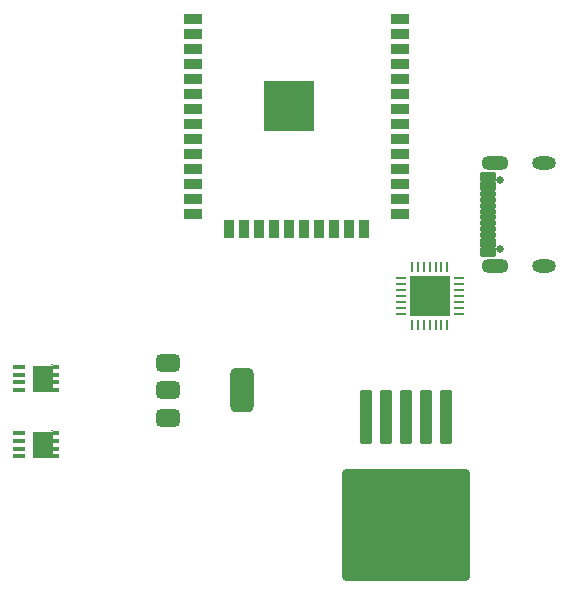
<source format=gbr>
%TF.GenerationSoftware,KiCad,Pcbnew,8.0.2*%
%TF.CreationDate,2024-10-06T18:26:15+11:00*%
%TF.ProjectId,ShutterRetroFit,53687574-7465-4725-9265-74726f466974,rev?*%
%TF.SameCoordinates,Original*%
%TF.FileFunction,Soldermask,Top*%
%TF.FilePolarity,Negative*%
%FSLAX46Y46*%
G04 Gerber Fmt 4.6, Leading zero omitted, Abs format (unit mm)*
G04 Created by KiCad (PCBNEW 8.0.2) date 2024-10-06 18:26:15*
%MOMM*%
%LPD*%
G01*
G04 APERTURE LIST*
G04 Aperture macros list*
%AMRoundRect*
0 Rectangle with rounded corners*
0 $1 Rounding radius*
0 $2 $3 $4 $5 $6 $7 $8 $9 X,Y pos of 4 corners*
0 Add a 4 corners polygon primitive as box body*
4,1,4,$2,$3,$4,$5,$6,$7,$8,$9,$2,$3,0*
0 Add four circle primitives for the rounded corners*
1,1,$1+$1,$2,$3*
1,1,$1+$1,$4,$5*
1,1,$1+$1,$6,$7*
1,1,$1+$1,$8,$9*
0 Add four rect primitives between the rounded corners*
20,1,$1+$1,$2,$3,$4,$5,0*
20,1,$1+$1,$4,$5,$6,$7,0*
20,1,$1+$1,$6,$7,$8,$9,0*
20,1,$1+$1,$8,$9,$2,$3,0*%
G04 Aperture macros list end*
%ADD10RoundRect,0.375000X-0.625000X-0.375000X0.625000X-0.375000X0.625000X0.375000X-0.625000X0.375000X0*%
%ADD11RoundRect,0.500000X-0.500000X-1.400000X0.500000X-1.400000X0.500000X1.400000X-0.500000X1.400000X0*%
%ADD12RoundRect,0.250000X-0.300000X2.050000X-0.300000X-2.050000X0.300000X-2.050000X0.300000X2.050000X0*%
%ADD13RoundRect,0.250002X-5.149998X4.449998X-5.149998X-4.449998X5.149998X-4.449998X5.149998X4.449998X0*%
%ADD14RoundRect,0.062500X0.062500X-0.337500X0.062500X0.337500X-0.062500X0.337500X-0.062500X-0.337500X0*%
%ADD15RoundRect,0.062500X0.337500X-0.062500X0.337500X0.062500X-0.337500X0.062500X-0.337500X-0.062500X0*%
%ADD16R,3.350000X3.350000*%
%ADD17R,1.500000X0.900000*%
%ADD18R,0.900000X1.500000*%
%ADD19C,0.600000*%
%ADD20R,4.200000X4.200000*%
%ADD21R,0.990000X0.405000*%
%ADD22R,0.510000X0.405000*%
%ADD23R,1.725000X2.235000*%
%ADD24R,0.250000X0.075000*%
%ADD25C,0.650000*%
%ADD26RoundRect,0.102000X0.570000X-0.300000X0.570000X0.300000X-0.570000X0.300000X-0.570000X-0.300000X0*%
%ADD27RoundRect,0.102000X0.570000X-0.150000X0.570000X0.150000X-0.570000X0.150000X-0.570000X-0.150000X0*%
%ADD28O,2.304000X1.254000*%
%ADD29O,2.004000X1.104000*%
G04 APERTURE END LIST*
D10*
%TO.C,U4*%
X111850000Y-97700000D03*
X111850000Y-100000000D03*
D11*
X118150000Y-100000000D03*
D10*
X111850000Y-102300000D03*
%TD*%
D12*
%TO.C,U3*%
X135400000Y-102275000D03*
X133700000Y-102275000D03*
X132000000Y-102275000D03*
D13*
X132000000Y-111425000D03*
D12*
X130300000Y-102275000D03*
X128600000Y-102275000D03*
%TD*%
D14*
%TO.C,U2*%
X132500000Y-94450000D03*
X133000000Y-94450000D03*
X133500000Y-94450000D03*
X134000000Y-94450000D03*
X134500000Y-94450000D03*
X135000000Y-94450000D03*
X135500000Y-94450000D03*
D15*
X136450000Y-93500000D03*
X136450000Y-93000000D03*
X136450000Y-92500000D03*
X136450000Y-92000000D03*
X136450000Y-91500000D03*
X136450000Y-91000000D03*
X136450000Y-90500000D03*
D14*
X135500000Y-89550000D03*
X135000000Y-89550000D03*
X134500000Y-89550000D03*
X134000000Y-89550000D03*
X133500000Y-89550000D03*
X133000000Y-89550000D03*
X132500000Y-89550000D03*
D15*
X131550000Y-90500000D03*
X131550000Y-91000000D03*
X131550000Y-91500000D03*
X131550000Y-92000000D03*
X131550000Y-92500000D03*
X131550000Y-93000000D03*
X131550000Y-93500000D03*
D16*
X134000000Y-92000000D03*
%TD*%
D17*
%TO.C,U1*%
X114000000Y-68570000D03*
X114000000Y-69840000D03*
X114000000Y-71110000D03*
X114000000Y-72380000D03*
X114000000Y-73650000D03*
X114000000Y-74920000D03*
X114000000Y-76190000D03*
X114000000Y-77460000D03*
X114000000Y-78730000D03*
X114000000Y-80000000D03*
X114000000Y-81270000D03*
X114000000Y-82540000D03*
X114000000Y-83810000D03*
X114000000Y-85080000D03*
D18*
X117040000Y-86330000D03*
X118310000Y-86330000D03*
X119580000Y-86330000D03*
X120850000Y-86330000D03*
X122120000Y-86330000D03*
X123390000Y-86330000D03*
X124660000Y-86330000D03*
X125930000Y-86330000D03*
X127200000Y-86330000D03*
X128470000Y-86330000D03*
D17*
X131500000Y-85080000D03*
X131500000Y-83810000D03*
X131500000Y-82540000D03*
X131500000Y-81270000D03*
X131500000Y-80000000D03*
X131500000Y-78730000D03*
X131500000Y-77460000D03*
X131500000Y-76190000D03*
X131500000Y-74920000D03*
X131500000Y-73650000D03*
X131500000Y-72380000D03*
X131500000Y-71110000D03*
X131500000Y-69840000D03*
X131500000Y-68570000D03*
D19*
X120545000Y-75147500D03*
X120545000Y-76672500D03*
X121307500Y-74385000D03*
X121307500Y-75910000D03*
X121307500Y-77435000D03*
X122070000Y-75147500D03*
D20*
X122070000Y-75910000D03*
D19*
X122070000Y-76672500D03*
X122832500Y-74385000D03*
X122832500Y-75910000D03*
X122832500Y-77435000D03*
X123595000Y-75147500D03*
X123595000Y-76672500D03*
%TD*%
D21*
%TO.C,Q2*%
X99270000Y-103610000D03*
X99270000Y-104270000D03*
X99270000Y-104930000D03*
X99270000Y-105590000D03*
D22*
X102380000Y-105590000D03*
X102380000Y-104930000D03*
X102380000Y-104270000D03*
X102380000Y-103610000D03*
D23*
X101263000Y-104600000D03*
D24*
X102000000Y-103445000D03*
X102000000Y-105755000D03*
%TD*%
D21*
%TO.C,Q1*%
X99270000Y-98010000D03*
X99270000Y-98670000D03*
X99270000Y-99330000D03*
X99270000Y-99990000D03*
D22*
X102380000Y-99990000D03*
X102380000Y-99330000D03*
X102380000Y-98670000D03*
X102380000Y-98010000D03*
D23*
X101263000Y-99000000D03*
D24*
X102000000Y-97845000D03*
X102000000Y-100155000D03*
%TD*%
D25*
%TO.C,J1*%
X140000000Y-88000000D03*
X140000000Y-82220000D03*
D26*
X138930000Y-88310000D03*
X138930000Y-87510000D03*
D27*
X138930000Y-86360000D03*
X138930000Y-85360000D03*
X138930000Y-84860000D03*
X138930000Y-83860000D03*
D26*
X138930000Y-81910000D03*
X138930000Y-82710000D03*
D27*
X138930000Y-83360000D03*
X138930000Y-84360000D03*
X138930000Y-85860000D03*
X138930000Y-86860000D03*
D28*
X139500000Y-89430000D03*
X139500000Y-80790000D03*
D29*
X143680000Y-89430000D03*
X143680000Y-80790000D03*
%TD*%
M02*

</source>
